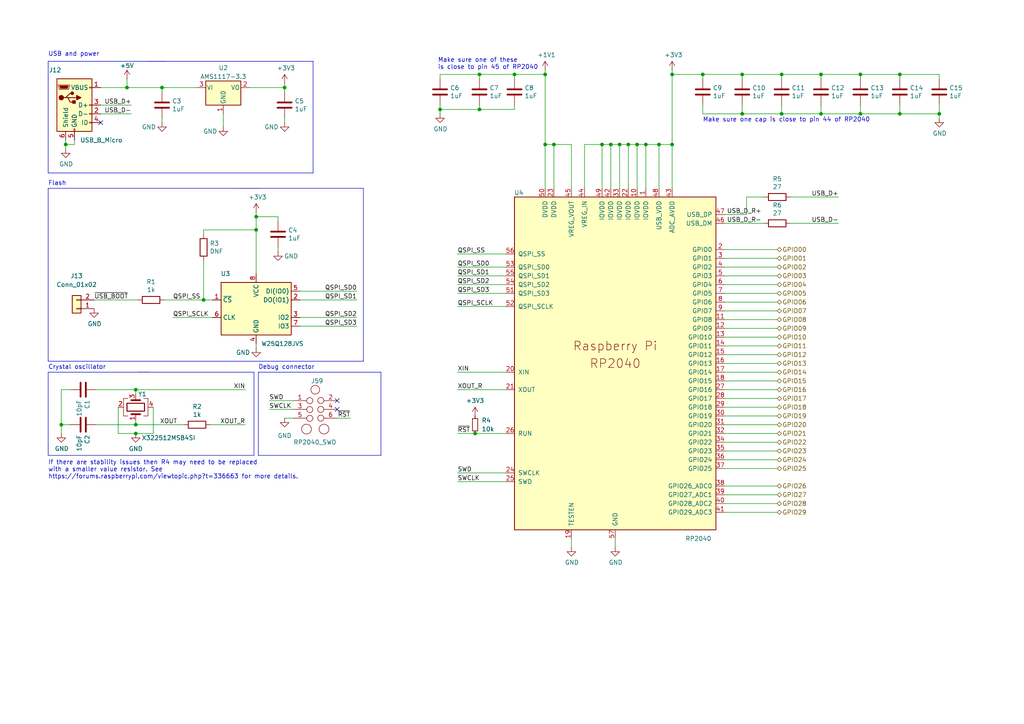
<source format=kicad_sch>
(kicad_sch (version 20231120) (generator "eeschema") (generator_version "8.0")
  (paper "A4")
  (lib_symbols
    (symbol "Connector:USB_B_Micro" (pin_names (offset 1.016))
      (property "Reference" "J" (at -5.08 11.43 0))
      (property "Value" "USB_B_Micro" (at -5.08 8.89 0))
      (symbol "USB_B_Micro_0_1"
        (rectangle (start -5.08 -7.62) (end 5.08 7.62) (stroke (width 0.254)) (fill (type background)))
        (circle (center -3.81 2.159) (radius 0.635) (stroke (width 0.254)) (fill (type outline)))
        (circle (center -0.635 3.429) (radius 0.381) (stroke (width 0.254)) (fill (type outline)))
        (rectangle (start -0.127 -7.62) (end 0.127 -6.858))
        (polyline (pts (xy -1.905 2.159) (xy 0.635 2.159)) (stroke (width 0.254)))
        (polyline (pts (xy -3.175 2.159) (xy -2.54 2.159) (xy -1.27 3.429) (xy -0.635 3.429)) (stroke (width 0.254)))
        (polyline (pts (xy -2.54 2.159) (xy -1.905 2.159) (xy -1.27 0.889) (xy 0 0.889)) (stroke (width 0.254)))
        (polyline (pts (xy 0.635 2.794) (xy 0.635 1.524) (xy 1.905 2.159) (xy 0.635 2.794)) (stroke (width 0.254)) (fill (type outline)))
        (polyline (pts (xy -4.318 5.588) (xy -1.778 5.588) (xy -2.032 4.826) (xy -4.064 4.826) (xy -4.318 5.588)) (fill (type outline)))
        (polyline (pts (xy -4.699 5.842) (xy -4.699 5.588) (xy -4.445 4.826) (xy -4.445 4.572) (xy -1.651 4.572) (xy -1.651 4.826) (xy -1.397 5.588) (xy -1.397 5.842) (xy -4.699 5.842)))
        (rectangle (start 0.254 1.27) (end -0.508 0.508) (stroke (width 0.254)) (fill (type outline)))
        (rectangle (start 5.08 -5.207) (end 4.318 -4.953))
        (rectangle (start 5.08 -2.667) (end 4.318 -2.413))
        (rectangle (start 5.08 -0.127) (end 4.318 0.127))
        (rectangle (start 5.08 4.953) (end 4.318 5.207))
      )
      (symbol "USB_B_Micro_1_1"
        (pin power_out line (at 7.62 5.08 180) (length 2.54) (name "VBUS") (number "1"))
        (pin bidirectional line (at 7.62 -2.54 180) (length 2.54) (name "D-") (number "2"))
        (pin bidirectional line (at 7.62 0 180) (length 2.54) (name "D+") (number "3"))
        (pin passive line (at 7.62 -5.08 180) (length 2.54) (name "ID") (number "4"))
        (pin power_out line (at 0 -10.16 90) (length 2.54) (name "GND") (number "5"))
        (pin passive line (at -2.54 -10.16 90) (length 2.54) (name "Shield") (number "6"))
      )
    )
    (symbol "Connector_Generic:Conn_01x02" (pin_names (offset 1.016) hide)
      (property "Reference" "J" (at 0 2.54 0))
      (property "Value" "Conn_01x02" (at 0 -5.08 0))
      (symbol "Conn_01x02_1_1"
        (rectangle (start -1.27 -2.413) (end 0 -2.667) (stroke (width 0.1524)))
        (rectangle (start -1.27 0.127) (end 0 -0.127) (stroke (width 0.1524)))
        (rectangle (start -1.27 1.27) (end 1.27 -3.81) (stroke (width 0.254)) (fill (type background)))
        (pin passive line (at -5.08 0 0) (length 3.81) (name "Pin_1") (number "1"))
        (pin passive line (at -5.08 -2.54 0) (length 3.81) (name "Pin_2") (number "2"))
      )
    )
    (symbol "Custom_Symbols:RP2040" (pin_names (offset 1.016))
      (property "Reference" "U" (at -29.21 49.53 0))
      (property "Value" "RP2040" (at 24.13 -49.53 0))
      (symbol "RP2040_0_0"
        (text "Raspberry Pi" (at 0 5.08 0) (effects (font (size 2.54 2.54))))
        (text "RP2040" (at 0 0 0) (effects (font (size 2.54 2.54))))
      )
      (symbol "RP2040_0_1"
        (rectangle (start 29.21 48.26) (end -29.21 -48.26) (stroke (width 0.254)) (fill (type background)))
      )
      (symbol "RP2040_1_1"
        (pin power_in line (at 8.89 50.8 270) (length 2.54) (name "IOVDD") (number "1"))
        (pin power_in line (at 6.35 50.8 270) (length 2.54) (name "IOVDD") (number "10"))
        (pin bidirectional line (at 31.75 12.7 180) (length 2.54) (name "GPIO8") (number "11"))
        (pin bidirectional line (at 31.75 10.16 180) (length 2.54) (name "GPIO9") (number "12"))
        (pin bidirectional line (at 31.75 7.62 180) (length 2.54) (name "GPIO10") (number "13"))
        (pin bidirectional line (at 31.75 5.08 180) (length 2.54) (name "GPIO11") (number "14"))
        (pin bidirectional line (at 31.75 2.54 180) (length 2.54) (name "GPIO12") (number "15"))
        (pin bidirectional line (at 31.75 0 180) (length 2.54) (name "GPIO13") (number "16"))
        (pin bidirectional line (at 31.75 -2.54 180) (length 2.54) (name "GPIO14") (number "17"))
        (pin bidirectional line (at 31.75 -5.08 180) (length 2.54) (name "GPIO15") (number "18"))
        (pin passive line (at -12.7 -50.8 90) (length 2.54) (name "TESTEN") (number "19"))
        (pin bidirectional line (at 31.75 33.02 180) (length 2.54) (name "GPIO0") (number "2"))
        (pin input line (at -31.75 -2.54 0) (length 2.54) (name "XIN") (number "20"))
        (pin passive line (at -31.75 -7.62 0) (length 2.54) (name "XOUT") (number "21"))
        (pin power_in line (at 3.81 50.8 270) (length 2.54) (name "IOVDD") (number "22"))
        (pin power_in line (at -17.78 50.8 270) (length 2.54) (name "DVDD") (number "23"))
        (pin output line (at -31.75 -31.75 0) (length 2.54) (name "SWCLK") (number "24"))
        (pin bidirectional line (at -31.75 -34.29 0) (length 2.54) (name "SWD") (number "25"))
        (pin input line (at -31.75 -20.32 0) (length 2.54) (name "RUN") (number "26"))
        (pin bidirectional line (at 31.75 -7.62 180) (length 2.54) (name "GPIO16") (number "27"))
        (pin bidirectional line (at 31.75 -10.16 180) (length 2.54) (name "GPIO17") (number "28"))
        (pin bidirectional line (at 31.75 -12.7 180) (length 2.54) (name "GPIO18") (number "29"))
        (pin bidirectional line (at 31.75 30.48 180) (length 2.54) (name "GPIO1") (number "3"))
        (pin bidirectional line (at 31.75 -15.24 180) (length 2.54) (name "GPIO19") (number "30"))
        (pin bidirectional line (at 31.75 -17.78 180) (length 2.54) (name "GPIO20") (number "31"))
        (pin bidirectional line (at 31.75 -20.32 180) (length 2.54) (name "GPIO21") (number "32"))
        (pin power_in line (at 1.27 50.8 270) (length 2.54) (name "IOVDD") (number "33"))
        (pin bidirectional line (at 31.75 -22.86 180) (length 2.54) (name "GPIO22") (number "34"))
        (pin bidirectional line (at 31.75 -25.4 180) (length 2.54) (name "GPIO23") (number "35"))
        (pin bidirectional line (at 31.75 -27.94 180) (length 2.54) (name "GPIO24") (number "36"))
        (pin bidirectional line (at 31.75 -30.48 180) (length 2.54) (name "GPIO25") (number "37"))
        (pin bidirectional line (at 31.75 -35.56 180) (length 2.54) (name "GPIO26_ADC0") (number "38"))
        (pin bidirectional line (at 31.75 -38.1 180) (length 2.54) (name "GPIO27_ADC1") (number "39"))
        (pin bidirectional line (at 31.75 27.94 180) (length 2.54) (name "GPIO2") (number "4"))
        (pin bidirectional line (at 31.75 -40.64 180) (length 2.54) (name "GPIO28_ADC2") (number "40"))
        (pin bidirectional line (at 31.75 -43.18 180) (length 2.54) (name "GPIO29_ADC3") (number "41"))
        (pin power_in line (at -1.27 50.8 270) (length 2.54) (name "IOVDD") (number "42"))
        (pin power_in line (at 16.51 50.8 270) (length 2.54) (name "ADC_AVDD") (number "43"))
        (pin power_in line (at -8.89 50.8 270) (length 2.54) (name "VREG_IN") (number "44"))
        (pin power_out line (at -12.7 50.8 270) (length 2.54) (name "VREG_VOUT") (number "45"))
        (pin bidirectional line (at 31.75 40.64 180) (length 2.54) (name "USB_DM") (number "46"))
        (pin bidirectional line (at 31.75 43.18 180) (length 2.54) (name "USB_DP") (number "47"))
        (pin power_in line (at 12.7 50.8 270) (length 2.54) (name "USB_VDD") (number "48"))
        (pin power_in line (at -3.81 50.8 270) (length 2.54) (name "IOVDD") (number "49"))
        (pin bidirectional line (at 31.75 25.4 180) (length 2.54) (name "GPIO3") (number "5"))
        (pin power_in line (at -20.32 50.8 270) (length 2.54) (name "DVDD") (number "50"))
        (pin bidirectional line (at -31.75 20.32 0) (length 2.54) (name "QSPI_SD3") (number "51"))
        (pin output line (at -31.75 16.51 0) (length 2.54) (name "QSPI_SCLK") (number "52"))
        (pin bidirectional line (at -31.75 27.94 0) (length 2.54) (name "QSPI_SD0") (number "53"))
        (pin bidirectional line (at -31.75 22.86 0) (length 2.54) (name "QSPI_SD2") (number "54"))
        (pin bidirectional line (at -31.75 25.4 0) (length 2.54) (name "QSPI_SD1") (number "55"))
        (pin bidirectional line (at -31.75 31.75 0) (length 2.54) (name "QSPI_SS") (number "56"))
        (pin power_in line (at 0 -50.8 90) (length 2.54) (name "GND") (number "57"))
        (pin bidirectional line (at 31.75 22.86 180) (length 2.54) (name "GPIO4") (number "6"))
        (pin bidirectional line (at 31.75 20.32 180) (length 2.54) (name "GPIO5") (number "7"))
        (pin bidirectional line (at 31.75 17.78 180) (length 2.54) (name "GPIO6") (number "8"))
        (pin bidirectional line (at 31.75 15.24 180) (length 2.54) (name "GPIO7") (number "9"))
      )
    )
    (symbol "Custom_Symbols:TC2030-IDC-NL" (pin_names (offset 1.016) hide)
      (property "Reference" "J" (at 0 -8.89 0))
      (property "Value" "TC2030-IDC-NL" (at 0.635 -11.43 0))
      (symbol "TC2030-IDC-NL_0_1"
        (circle (center -2.54 -5.715) (radius 1.4224))
        (circle (center -1.6002 2.54) (radius 0.889))
        (circle (center 0 5.715) (radius 1.27))
      )
      (symbol "TC2030-IDC-NL_1_1"
        (circle (center -1.6002 -2.5908) (radius 0.889))
        (circle (center -1.6002 -0.0508) (radius 0.889))
        (circle (center 1.6002 -2.54) (radius 0.889))
        (circle (center 1.6002 0) (radius 0.889))
        (circle (center 1.6002 2.5908) (radius 0.889))
        (circle (center 2.54 -5.715) (radius 1.4224))
        (pin passive line (at -6.35 2.54 0) (length 3.81) (name "Pin_1") (number "1"))
        (pin passive line (at 6.35 2.54 180) (length 3.81) (name "Pin_2") (number "2"))
        (pin passive line (at -6.35 0 0) (length 3.81) (name "Pin_3") (number "3"))
        (pin passive line (at 6.35 0 180) (length 3.81) (name "Pin_4") (number "4"))
        (pin passive line (at -6.35 -2.54 0) (length 3.81) (name "Pin_5") (number "5"))
        (pin passive line (at 6.35 -2.54 180) (length 3.81) (name "Pin_6") (number "6"))
      )
    )
    (symbol "Device:C" (pin_numbers hide) (pin_names (offset 0.254))
      (property "Reference" "C" (at 0.635 2.54 0))
      (property "Value" "C" (at 0.635 -2.54 0))
      (symbol "C_0_1"
        (polyline (pts (xy -2.032 -0.762) (xy 2.032 -0.762)) (stroke (width 0.508)))
        (polyline (pts (xy -2.032 0.762) (xy 2.032 0.762)) (stroke (width 0.508)))
      )
      (symbol "C_1_1"
        (pin passive line (at 0 3.81 270) (length 2.794) (name "~") (number "1"))
        (pin passive line (at 0 -3.81 90) (length 2.794) (name "~") (number "2"))
      )
    )
    (symbol "Device:Crystal_GND24" (pin_names (offset 1.016) hide)
      (property "Reference" "Y" (at 3.175 5.08 0))
      (property "Value" "Crystal_GND24" (at 3.175 3.175 0))
      (symbol "Crystal_GND24_0_1"
        (rectangle (start -1.143 2.54) (end 1.143 -2.54) (stroke (width 0.3048)))
        (polyline (pts (xy -2.54 0) (xy -2.032 0)))
        (polyline (pts (xy -2.032 -1.27) (xy -2.032 1.27)) (stroke (width 0.508)))
        (polyline (pts (xy 0 -3.81) (xy 0 -3.556)))
        (polyline (pts (xy 0 3.556) (xy 0 3.81)))
        (polyline (pts (xy 2.032 -1.27) (xy 2.032 1.27)) (stroke (width 0.508)))
        (polyline (pts (xy 2.032 0) (xy 2.54 0)))
        (polyline (pts (xy -2.54 -2.286) (xy -2.54 -3.556) (xy 2.54 -3.556) (xy 2.54 -2.286)))
        (polyline (pts (xy -2.54 2.286) (xy -2.54 3.556) (xy 2.54 3.556) (xy 2.54 2.286)))
      )
      (symbol "Crystal_GND24_1_1"
        (pin passive line (at -3.81 0 0) (length 1.27) (name "1") (number "1"))
        (pin passive line (at 0 5.08 270) (length 1.27) (name "2") (number "2"))
        (pin passive line (at 3.81 0 180) (length 1.27) (name "3") (number "3"))
        (pin passive line (at 0 -5.08 90) (length 1.27) (name "4") (number "4"))
      )
    )
    (symbol "Device:R" (pin_numbers hide) (pin_names (offset 0))
      (property "Reference" "R" (at 2.032 0 90))
      (property "Value" "R" (at 0 0 90))
      (symbol "R_0_1"
        (rectangle (start -1.016 -2.54) (end 1.016 2.54) (stroke (width 0.254)))
      )
      (symbol "R_1_1"
        (pin passive line (at 0 3.81 270) (length 1.27) (name "~") (number "1"))
        (pin passive line (at 0 -3.81 90) (length 1.27) (name "~") (number "2"))
      )
    )
    (symbol "Device:R_Small" (pin_numbers hide) (pin_names (offset 0.254) hide)
      (property "Reference" "R" (at 0.762 0.508 0))
      (property "Value" "R_Small" (at 0.762 -1.016 0))
      (symbol "R_Small_0_1"
        (rectangle (start -0.762 1.778) (end 0.762 -1.778) (stroke (width 0.2032)))
      )
      (symbol "R_Small_1_1"
        (pin passive line (at 0 2.54 270) (length 0.762) (name "~") (number "1"))
        (pin passive line (at 0 -2.54 90) (length 0.762) (name "~") (number "2"))
      )
    )
    (symbol "Memory_Flash:W25Q128JVS"
      (property "Reference" "U" (at -8.89 8.89 0))
      (property "Value" "W25Q128JVS" (at 7.62 8.89 0))
      (symbol "W25Q128JVS_0_1"
        (rectangle (start -10.16 7.62) (end 10.16 -7.62) (stroke (width 0.254)) (fill (type background)))
      )
      (symbol "W25Q128JVS_1_1"
        (pin input line (at -12.7 2.54 0) (length 2.54) (name "~{CS}") (number "1"))
        (pin bidirectional line (at 12.7 2.54 180) (length 2.54) (name "DO(IO1)") (number "2"))
        (pin bidirectional line (at 12.7 -2.54 180) (length 2.54) (name "IO2") (number "3"))
        (pin power_in line (at 0 -10.16 90) (length 2.54) (name "GND") (number "4"))
        (pin bidirectional line (at 12.7 5.08 180) (length 2.54) (name "DI(IO0)") (number "5"))
        (pin input line (at -12.7 -2.54 0) (length 2.54) (name "CLK") (number "6"))
        (pin bidirectional line (at 12.7 -5.08 180) (length 2.54) (name "IO3") (number "7"))
        (pin power_in line (at 0 10.16 270) (length 2.54) (name "VCC") (number "8"))
      )
    )
    (symbol "Regulator_Linear:AMS1117-3.3" (pin_names (offset 0.254))
      (property "Reference" "U" (at -3.81 3.175 0))
      (property "Value" "AMS1117-3.3" (at 0 3.175 0))
      (symbol "AMS1117-3.3_0_1"
        (rectangle (start -5.08 -5.08) (end 5.08 1.905) (stroke (width 0.254)) (fill (type background)))
      )
      (symbol "AMS1117-3.3_1_1"
        (pin power_in line (at 0 -7.62 90) (length 2.54) (name "GND") (number "1"))
        (pin power_out line (at 7.62 0 180) (length 2.54) (name "VO") (number "2"))
        (pin power_in line (at -7.62 0 0) (length 2.54) (name "VI") (number "3"))
      )
    )
    (symbol "power:+1V1" (power) (pin_names (offset 0))
      (property "Value" "+1V1" (at 0 3.556 0))
      (symbol "+1V1_0_1"
        (polyline (pts (xy -0.762 1.27) (xy 0 2.54)))
        (polyline (pts (xy 0 0) (xy 0 2.54)))
        (polyline (pts (xy 0 2.54) (xy 0.762 1.27)))
      )
      (symbol "+1V1_1_1"
        (pin power_in line (at 0 0 90) (length 0) hide (name "+1V1") (number "1"))
      )
    )
    (symbol "power:+3V3" (power) (pin_numbers hide) (pin_names (offset 0) hide)
      (property "Value" "+3V3" (at 0 3.556 0))
      (symbol "+3V3_0_1"
        (polyline (pts (xy -0.762 1.27) (xy 0 2.54)))
        (polyline (pts (xy 0 0) (xy 0 2.54)))
        (polyline (pts (xy 0 2.54) (xy 0.762 1.27)))
      )
      (symbol "+3V3_1_1"
        (pin power_in line (at 0 0 90) (length 0) (name "~") (number "1"))
      )
    )
    (symbol "power:+5V" (power) (pin_numbers hide) (pin_names (offset 0) hide)
      (property "Value" "+5V" (at 0 3.556 0))
      (symbol "+5V_0_1"
        (polyline (pts (xy -0.762 1.27) (xy 0 2.54)))
        (polyline (pts (xy 0 0) (xy 0 2.54)))
        (polyline (pts (xy 0 2.54) (xy 0.762 1.27)))
      )
      (symbol "+5V_1_1"
        (pin power_in line (at 0 0 90) (length 0) (name "~") (number "1"))
      )
    )
    (symbol "power:GND" (power) (pin_numbers hide) (pin_names (offset 0) hide)
      (property "Value" "GND" (at 0 -3.81 0))
      (symbol "GND_0_1"
        (polyline (pts (xy 0 0) (xy 0 -1.27) (xy 1.27 -1.27) (xy 0 -2.54) (xy -1.27 -1.27) (xy 0 -1.27)))
      )
      (symbol "GND_1_1"
        (pin power_in line (at 0 0 270) (length 0) (name "~") (number "1"))
      )
    )
  )
  (junction (at 215.265 33.02))
  (junction (at 272.415 33.02))
  (junction (at 174.625 41.91))
  (junction (at 179.705 41.91))
  (junction (at 182.245 41.91))
  (junction (at 19.05 41.91))
  (junction (at 46.99 25.4))
  (junction (at 260.985 33.02))
  (junction (at 177.165 41.91))
  (junction (at 39.37 123.19))
  (junction (at 194.945 41.91))
  (junction (at 187.325 41.91))
  (junction (at 249.555 21.59))
  (junction (at 191.135 41.91))
  (junction (at 82.55 25.4))
  (junction (at 238.125 21.59))
  (junction (at 149.225 21.59))
  (junction (at 127.635 31.75))
  (junction (at 36.83 25.4))
  (junction (at 17.78 123.19))
  (junction (at 139.065 31.75))
  (junction (at 158.115 41.91))
  (junction (at 59.055 86.995))
  (junction (at 158.115 21.59))
  (junction (at 238.125 33.02))
  (junction (at 260.985 21.59))
  (junction (at 215.265 21.59))
  (junction (at 184.785 41.91))
  (junction (at 203.835 21.59))
  (junction (at 249.555 33.02))
  (junction (at 74.295 62.865))
  (junction (at 39.37 125.73))
  (junction (at 226.695 33.02))
  (junction (at 74.295 66.675))
  (junction (at 137.795 125.73))
  (junction (at 160.655 41.91))
  (junction (at 194.945 21.59))
  (junction (at 139.065 21.59))
  (junction (at 226.695 21.59))
  (junction (at 39.37 113.03))
  (no_connect (at 97.79 116.205))
  (no_connect (at 97.79 118.745))
  (no_connect (at 29.21 35.56))
  (wire (pts (xy 86.995 94.615) (xy 103.505 94.615)))
  (wire (pts (xy 27.94 113.03) (xy 39.37 113.03)))
  (wire (pts (xy 78.105 116.205) (xy 85.09 116.205)))
  (wire (pts (xy 226.695 21.59) (xy 238.125 21.59)))
  (polyline (pts (xy 40.005 107.95) (xy 73.66 107.95)))
  (wire (pts (xy 210.185 135.89) (xy 225.425 135.89)))
  (wire (pts (xy 64.77 33.02) (xy 64.77 36.83)))
  (polyline (pts (xy 74.93 107.95) (xy 101.6 107.95)))
  (wire (pts (xy 74.295 99.695) (xy 74.295 100.965)))
  (wire (pts (xy 182.245 54.61) (xy 182.245 41.91)))
  (wire (pts (xy 158.115 41.91) (xy 158.115 54.61)))
  (polyline (pts (xy 69.215 54.61) (xy 105.41 54.61)))
  (polyline (pts (xy 13.97 50.165) (xy 90.805 50.165)))
  (wire (pts (xy 191.135 41.91) (xy 194.945 41.91)))
  (wire (pts (xy 179.705 41.91) (xy 182.245 41.91)))
  (wire (pts (xy 260.985 22.86) (xy 260.985 21.59)))
  (wire (pts (xy 194.945 20.32) (xy 194.945 21.59)))
  (wire (pts (xy 149.225 31.75) (xy 149.225 30.48)))
  (wire (pts (xy 36.83 25.4) (xy 46.99 25.4)))
  (wire (pts (xy 210.185 105.41) (xy 225.425 105.41)))
  (wire (pts (xy 82.55 25.4) (xy 82.55 24.13)))
  (polyline (pts (xy 13.97 104.775) (xy 105.41 104.775)))
  (wire (pts (xy 127.635 21.59) (xy 139.065 21.59)))
  (wire (pts (xy 86.995 92.075) (xy 103.505 92.075)))
  (wire (pts (xy 74.295 66.675) (xy 74.295 79.375)))
  (wire (pts (xy 44.45 118.11) (xy 44.45 125.73)))
  (wire (pts (xy 203.835 21.59) (xy 215.265 21.59)))
  (wire (pts (xy 59.055 66.675) (xy 74.295 66.675)))
  (wire (pts (xy 216.535 57.15) (xy 216.535 62.23)))
  (wire (pts (xy 29.21 30.48) (xy 38.1 30.48)))
  (wire (pts (xy 149.225 21.59) (xy 149.225 22.86)))
  (wire (pts (xy 260.985 33.02) (xy 272.415 33.02)))
  (wire (pts (xy 59.055 86.995) (xy 61.595 86.995)))
  (wire (pts (xy 203.835 30.48) (xy 203.835 33.02)))
  (wire (pts (xy 50.165 92.075) (xy 61.595 92.075)))
  (wire (pts (xy 184.785 54.61) (xy 184.785 41.91)))
  (wire (pts (xy 238.125 30.48) (xy 238.125 33.02)))
  (polyline (pts (xy 13.97 107.95) (xy 13.97 132.08)))
  (wire (pts (xy 210.185 77.47) (xy 225.425 77.47)))
  (wire (pts (xy 139.065 22.86) (xy 139.065 21.59)))
  (wire (pts (xy 158.115 20.32) (xy 158.115 21.59)))
  (wire (pts (xy 194.945 41.91) (xy 194.945 54.61)))
  (wire (pts (xy 132.715 82.55) (xy 146.685 82.55)))
  (wire (pts (xy 215.265 33.02) (xy 203.835 33.02)))
  (wire (pts (xy 210.185 95.25) (xy 225.425 95.25)))
  (wire (pts (xy 216.535 57.15) (xy 221.615 57.15)))
  (polyline (pts (xy 110.49 132.08) (xy 101.6 132.08)))
  (wire (pts (xy 210.185 90.17) (xy 225.425 90.17)))
  (wire (pts (xy 127.635 22.86) (xy 127.635 21.59)))
  (wire (pts (xy 184.785 41.91) (xy 187.325 41.91)))
  (wire (pts (xy 210.185 64.77) (xy 221.615 64.77)))
  (wire (pts (xy 187.325 41.91) (xy 191.135 41.91)))
  (polyline (pts (xy 75.565 54.61) (xy 13.97 54.61)))
  (wire (pts (xy 177.165 41.91) (xy 179.705 41.91)))
  (wire (pts (xy 210.185 125.73) (xy 225.425 125.73)))
  (wire (pts (xy 132.715 85.09) (xy 146.685 85.09)))
  (polyline (pts (xy 74.93 107.95) (xy 74.93 132.08)))
  (wire (pts (xy 215.265 30.48) (xy 215.265 33.02)))
  (wire (pts (xy 19.05 41.91) (xy 19.05 43.18)))
  (wire (pts (xy 36.83 22.86) (xy 36.83 25.4)))
  (wire (pts (xy 80.645 64.135) (xy 80.645 62.865)))
  (wire (pts (xy 39.37 113.03) (xy 71.12 113.03)))
  (wire (pts (xy 210.185 107.95) (xy 225.425 107.95)))
  (wire (pts (xy 182.245 41.91) (xy 184.785 41.91)))
  (wire (pts (xy 160.655 41.91) (xy 158.115 41.91)))
  (wire (pts (xy 210.185 148.59) (xy 225.425 148.59)))
  (wire (pts (xy 210.185 97.79) (xy 225.425 97.79)))
  (polyline (pts (xy 110.49 107.95) (xy 110.49 132.08)))
  (wire (pts (xy 272.415 22.86) (xy 272.415 21.59)))
  (wire (pts (xy 139.065 31.75) (xy 139.065 30.48)))
  (wire (pts (xy 82.55 34.29) (xy 82.55 35.56)))
  (wire (pts (xy 226.695 33.02) (xy 215.265 33.02)))
  (wire (pts (xy 132.715 80.01) (xy 146.685 80.01)))
  (wire (pts (xy 210.185 120.65) (xy 225.425 120.65)))
  (polyline (pts (xy 43.18 107.95) (xy 13.97 107.95)))
  (wire (pts (xy 21.59 40.64) (xy 21.59 41.91)))
  (wire (pts (xy 127.635 31.75) (xy 139.065 31.75)))
  (wire (pts (xy 210.185 102.87) (xy 225.425 102.87)))
  (wire (pts (xy 187.325 41.91) (xy 187.325 54.61)))
  (wire (pts (xy 82.55 121.285) (xy 85.09 121.285)))
  (wire (pts (xy 160.655 54.61) (xy 160.655 41.91)))
  (wire (pts (xy 29.21 25.4) (xy 36.83 25.4)))
  (wire (pts (xy 59.055 67.945) (xy 59.055 66.675)))
  (wire (pts (xy 39.37 123.19) (xy 53.34 123.19)))
  (wire (pts (xy 210.185 87.63) (xy 225.425 87.63)))
  (wire (pts (xy 194.945 21.59) (xy 203.835 21.59)))
  (wire (pts (xy 210.185 140.97) (xy 225.425 140.97)))
  (wire (pts (xy 19.05 41.91) (xy 21.59 41.91)))
  (wire (pts (xy 272.415 30.48) (xy 272.415 33.02)))
  (wire (pts (xy 210.185 110.49) (xy 225.425 110.49)))
  (wire (pts (xy 226.695 30.48) (xy 226.695 33.02)))
  (wire (pts (xy 169.545 54.61) (xy 169.545 41.91)))
  (wire (pts (xy 146.685 73.66) (xy 132.715 73.66)))
  (polyline (pts (xy 13.97 132.08) (xy 73.66 132.08)))
  (wire (pts (xy 86.995 84.455) (xy 103.505 84.455)))
  (wire (pts (xy 127.635 30.48) (xy 127.635 31.75)))
  (wire (pts (xy 260.985 33.02) (xy 249.555 33.02)))
  (wire (pts (xy 82.55 26.67) (xy 82.55 25.4)))
  (wire (pts (xy 226.695 22.86) (xy 226.695 21.59)))
  (wire (pts (xy 229.235 57.15) (xy 243.205 57.15)))
  (wire (pts (xy 132.715 107.95) (xy 146.685 107.95)))
  (wire (pts (xy 238.125 33.02) (xy 226.695 33.02)))
  (wire (pts (xy 72.39 25.4) (xy 82.55 25.4)))
  (wire (pts (xy 132.715 125.73) (xy 137.795 125.73)))
  (wire (pts (xy 179.705 54.61) (xy 179.705 41.91)))
  (wire (pts (xy 210.185 80.01) (xy 225.425 80.01)))
  (wire (pts (xy 210.185 62.23) (xy 216.535 62.23)))
  (wire (pts (xy 59.055 75.565) (xy 59.055 86.995)))
  (wire (pts (xy 210.185 146.05) (xy 225.425 146.05)))
  (wire (pts (xy 20.32 113.03) (xy 17.78 113.03)))
  (wire (pts (xy 210.185 130.81) (xy 225.425 130.81)))
  (wire (pts (xy 34.29 118.11) (xy 34.29 125.73)))
  (wire (pts (xy 215.265 21.59) (xy 226.695 21.59)))
  (wire (pts (xy 203.835 22.86) (xy 203.835 21.59)))
  (wire (pts (xy 165.735 41.91) (xy 160.655 41.91)))
  (wire (pts (xy 210.185 128.27) (xy 225.425 128.27)))
  (wire (pts (xy 86.995 86.995) (xy 103.505 86.995)))
  (wire (pts (xy 210.185 72.39) (xy 225.425 72.39)))
  (wire (pts (xy 46.99 34.29) (xy 46.99 35.56)))
  (wire (pts (xy 57.15 25.4) (xy 46.99 25.4)))
  (wire (pts (xy 158.115 21.59) (xy 158.115 41.91)))
  (wire (pts (xy 139.065 31.75) (xy 149.225 31.75)))
  (wire (pts (xy 146.685 88.9) (xy 132.715 88.9)))
  (wire (pts (xy 210.185 143.51) (xy 225.425 143.51)))
  (wire (pts (xy 194.945 21.59) (xy 194.945 41.91)))
  (wire (pts (xy 139.065 21.59) (xy 149.225 21.59)))
  (wire (pts (xy 74.295 61.595) (xy 74.295 62.865)))
  (wire (pts (xy 215.265 22.86) (xy 215.265 21.59)))
  (polyline (pts (xy 13.97 17.78) (xy 13.97 50.165)))
  (wire (pts (xy 29.21 33.02) (xy 38.1 33.02)))
  (wire (pts (xy 210.185 82.55) (xy 225.425 82.55)))
  (wire (pts (xy 210.185 85.09) (xy 225.425 85.09)))
  (wire (pts (xy 210.185 113.03) (xy 225.425 113.03)))
  (polyline (pts (xy 48.26 17.78) (xy 13.97 17.78)))
  (wire (pts (xy 47.625 86.995) (xy 59.055 86.995)))
  (wire (pts (xy 127.635 31.75) (xy 127.635 33.02)))
  (wire (pts (xy 174.625 54.61) (xy 174.625 41.91)))
  (polyline (pts (xy 105.41 104.775) (xy 105.41 54.61)))
  (wire (pts (xy 74.295 62.865) (xy 74.295 66.675)))
  (wire (pts (xy 210.185 118.11) (xy 225.425 118.11)))
  (wire (pts (xy 97.79 121.285) (xy 101.6 121.285)))
  (wire (pts (xy 191.135 54.61) (xy 191.135 41.91)))
  (wire (pts (xy 272.415 33.02) (xy 272.415 34.29)))
  (wire (pts (xy 249.555 33.02) (xy 238.125 33.02)))
  (polyline (pts (xy 101.6 107.95) (xy 110.49 107.95)))
  (wire (pts (xy 27.94 123.19) (xy 39.37 123.19)))
  (wire (pts (xy 210.185 74.93) (xy 225.425 74.93)))
  (wire (pts (xy 17.78 123.19) (xy 17.78 125.73)))
  (wire (pts (xy 210.185 115.57) (xy 225.425 115.57)))
  (wire (pts (xy 210.185 100.33) (xy 225.425 100.33)))
  (wire (pts (xy 238.125 21.59) (xy 249.555 21.59)))
  (wire (pts (xy 178.435 156.21) (xy 178.435 158.75)))
  (wire (pts (xy 210.185 92.71) (xy 225.425 92.71)))
  (polyline (pts (xy 74.93 132.08) (xy 101.6 132.08)))
  (wire (pts (xy 19.05 40.64) (xy 19.05 41.91)))
  (wire (pts (xy 174.625 41.91) (xy 177.165 41.91)))
  (wire (pts (xy 238.125 22.86) (xy 238.125 21.59)))
  (wire (pts (xy 34.29 125.73) (xy 39.37 125.73)))
  (polyline (pts (xy 73.66 132.08) (xy 73.66 107.95)))
  (wire (pts (xy 20.32 123.19) (xy 17.78 123.19)))
  (wire (pts (xy 132.715 139.7) (xy 146.685 139.7)))
  (polyline (pts (xy 42.545 17.78) (xy 90.805 17.78)))
  (wire (pts (xy 210.185 123.19) (xy 225.425 123.19)))
  (wire (pts (xy 39.37 121.92) (xy 39.37 123.19)))
  (wire (pts (xy 17.78 113.03) (xy 17.78 123.19)))
  (wire (pts (xy 169.545 41.91) (xy 174.625 41.91)))
  (wire (pts (xy 260.985 21.59) (xy 272.415 21.59)))
  (wire (pts (xy 165.735 156.21) (xy 165.735 158.75)))
  (wire (pts (xy 249.555 22.86) (xy 249.555 21.59)))
  (wire (pts (xy 80.645 62.865) (xy 74.295 62.865)))
  (wire (pts (xy 78.105 118.745) (xy 85.09 118.745)))
  (wire (pts (xy 39.37 114.3) (xy 39.37 113.03)))
  (wire (pts (xy 210.185 133.35) (xy 225.425 133.35)))
  (wire (pts (xy 177.165 54.61) (xy 177.165 41.91)))
  (wire (pts (xy 44.45 125.73) (xy 39.37 125.73)))
  (wire (pts (xy 146.685 113.03) (xy 132.715 113.03)))
  (polyline (pts (xy 90.805 50.165) (xy 90.805 17.78)))
  (wire (pts (xy 229.235 64.77) (xy 243.205 64.77)))
  (wire (pts (xy 260.985 30.48) (xy 260.985 33.02)))
  (wire (pts (xy 249.555 21.59) (xy 260.985 21.59)))
  (wire (pts (xy 40.005 86.995) (xy 27.305 86.995)))
  (wire (pts (xy 137.795 125.73) (xy 146.685 125.73)))
  (wire (pts (xy 249.555 30.48) (xy 249.555 33.02)))
  (wire (pts (xy 149.225 21.59) (xy 158.115 21.59)))
  (wire (pts (xy 132.715 137.16) (xy 146.685 137.16)))
  (polyline (pts (xy 13.97 54.61) (xy 13.97 104.775)))
  (wire (pts (xy 60.96 123.19) (xy 71.12 123.19)))
  (wire (pts (xy 80.645 71.755) (xy 80.645 73.025)))
  (wire (pts (xy 132.715 77.47) (xy 146.685 77.47)))
  (wire (pts (xy 46.99 26.67) (xy 46.99 25.4)))
  (wire (pts (xy 165.735 54.61) (xy 165.735 41.91)))
  (text "Flash" (at 13.97 53.975 0) (effects (font (size 1.27 1.27)) (justify left bottom)))
  (text "Make sure one cap is close to pin 44 of RP2040" (at 203.835 35.56 0) (effects (font (size 1.27 1.27)) (justify left bottom)))
  (text "Debug connector" (at 74.93 107.315 0) (effects (font (size 1.27 1.27)) (justify left bottom)))
  (text "USB and power" (at 13.97 16.51 0) (effects (font (size 1.27 1.27)) (justify left bottom)))
  (text "Crystal oscillator" (at 13.97 107.315 0) (effects (font (size 1.27 1.27)) (justify left bottom)))
  (text "If there are stability issues then R4 may need to be replaced\nwith a smaller value resistor. See \nhttps://forums.raspberrypi.com/viewtopic.php?t=336663 for more details." (at 13.97 139.065 0) (effects (font (size 1.27 1.27)) (justify left bottom)))
  (text "Make sure one of these\nis close to pin 45 of RP2040" (at 127 20.32 0) (effects (font (size 1.27 1.27)) (justify left bottom)))
  (label "QSPI_SD2" (at 103.505 92.075 180))
  (label "XOUT_R" (at 71.12 123.19 180))
  (label "XIN" (at 132.715 107.95 0))
  (label "XIN" (at 71.12 113.03 180))
  (label "USB_D_R+" (at 210.82 62.23 0))
  (label "XOUT_R" (at 132.715 113.03 0))
  (label "SWD" (at 78.105 116.205 0))
  (label "USB_D_R-" (at 210.82 64.77 0))
  (label "QSPI_SD0" (at 103.505 84.455 180))
  (label "USB_D+" (at 38.1 30.48 180))
  (label "QSPI_SCLK" (at 50.165 92.075 0))
  (label "QSPI_SS" (at 132.715 73.66 0))
  (label "USB_D+" (at 243.205 57.15 180))
  (label "~{RST}" (at 101.6 121.285 180))
  (label "QSPI_SD2" (at 132.715 82.55 0))
  (label "SWD" (at 132.715 137.16 0))
  (label "QSPI_SS" (at 50.165 86.995 0))
  (label "~{RST}" (at 132.715 125.73 0))
  (label "SWCLK" (at 78.105 118.745 0))
  (label "QSPI_SD1" (at 103.505 86.995 180))
  (label "USB_D-" (at 243.205 64.77 180))
  (label "USB_D-" (at 38.1 33.02 180))
  (label "QSPI_SD3" (at 103.505 94.615 180))
  (label "QSPI_SCLK" (at 132.715 88.9 0))
  (label "SWCLK" (at 132.715 139.7 0))
  (label "QSPI_SD1" (at 132.715 80.01 0))
  (label "QSPI_SD3" (at 132.715 85.09 0))
  (label "XOUT" (at 46.355 123.19 0))
  (label "QSPI_SD0" (at 132.715 77.47 0))
  (label "~{USB_BOOT}" (at 27.305 86.995 0))
  (hierarchical_label "GPIO23" (shape bidirectional) (at 225.425 130.81 0))
  (hierarchical_label "GPIO28" (shape bidirectional) (at 225.425 146.05 0))
  (hierarchical_label "GPIO18" (shape bidirectional) (at 225.425 118.11 0))
  (hierarchical_label "GPIO00" (shape bidirectional) (at 225.425 72.39 0))
  (hierarchical_label "GPIO15" (shape bidirectional) (at 225.425 110.49 0))
  (hierarchical_label "GPIO27" (shape bidirectional) (at 225.425 143.51 0))
  (hierarchical_label "GPIO13" (shape bidirectional) (at 225.425 105.41 0))
  (hierarchical_label "GPIO02" (shape bidirectional) (at 225.425 77.47 0))
  (hierarchical_label "GPIO03" (shape bidirectional) (at 225.425 80.01 0))
  (hierarchical_label "GPIO11" (shape bidirectional) (at 225.425 100.33 0))
  (hierarchical_label "GPIO20" (shape bidirectional) (at 225.425 123.19 0))
  (hierarchical_label "GPIO24" (shape bidirectional) (at 225.425 133.35 0))
  (hierarchical_label "GPIO19" (shape bidirectional) (at 225.425 120.65 0))
  (hierarchical_label "GPIO22" (shape bidirectional) (at 225.425 128.27 0))
  (hierarchical_label "GPIO10" (shape bidirectional) (at 225.425 97.79 0))
  (hierarchical_label "GPIO08" (shape bidirectional) (at 225.425 92.71 0))
  (hierarchical_label "GPIO01" (shape bidirectional) (at 225.425 74.93 0))
  (hierarchical_label "GPIO06" (shape bidirectional) (at 225.425 87.63 0))
  (hierarchical_label "GPIO29" (shape bidirectional) (at 225.425 148.59 0))
  (hierarchical_label "GPIO05" (shape bidirectional) (at 225.425 85.09 0))
  (hierarchical_label "GPIO07" (shape bidirectional) (at 225.425 90.17 0))
  (hierarchical_label "GPIO26" (shape bidirectional) (at 225.425 140.97 0))
  (hierarchical_label "GPIO14" (shape bidirectional) (at 225.425 107.95 0))
  (hierarchical_label "GPIO12" (shape bidirectional) (at 225.425 102.87 0))
  (hierarchical_label "GPIO04" (shape bidirectional) (at 225.425 82.55 0))
  (hierarchical_label "GPIO16" (shape bidirectional) (at 225.425 113.03 0))
  (hierarchical_label "GPIO21" (shape bidirectional) (at 225.425 125.73 0))
  (hierarchical_label "GPIO25" (shape bidirectional) (at 225.425 135.89 0))
  (hierarchical_label "GPIO09" (shape bidirectional) (at 225.425 95.25 0))
  (hierarchical_label "GPIO17" (shape bidirectional) (at 225.425 115.57 0))
  (symbol (lib_id "Device:C") (at 215.265 26.67 0) (unit 1)
    (property "Reference" "C10" (at 218.186 25.5016 0) (effects (justify left)))
    (property "Value" "1uF" (at 218.186 27.813 0) (effects (justify left)))
    (property "Footprint" "Custom_Footprints:Perfect_0402" (effects (hide yes)))
    (property "MPN - JLCPCB" "C52923" (effects (hide yes)))
  )
  (symbol (lib_id "Device:C") (at 226.695 26.67 0) (unit 1)
    (property "Reference" "C11" (at 229.616 25.5016 0) (effects (justify left)))
    (property "Value" "1uF" (at 229.616 27.813 0) (effects (justify left)))
    (property "Footprint" "Custom_Footprints:Perfect_0402" (effects (hide yes)))
    (property "MPN - JLCPCB" "C52923" (effects (hide yes)))
  )
  (symbol (lib_id "Device:C") (at 260.985 26.67 0) (unit 1)
    (property "Reference" "C14" (at 263.906 25.5016 0) (effects (justify left)))
    (property "Value" "1uF" (at 263.906 27.813 0) (effects (justify left)))
    (property "Footprint" "Custom_Footprints:Perfect_0402" (effects (hide yes)))
    (property "MPN - JLCPCB" "C52923" (effects (hide yes)))
  )
  (symbol (lib_id "Device:R") (at 57.15 123.19 270) (unit 1)
    (property "Reference" "R2" (at 57.15 117.9322 90))
    (property "Value" "1k" (at 57.15 120.2436 90))
    (property "Footprint" "Custom_Footprints:Perfect_0402" (effects (hide yes)))
    (property "MPN - JLCPCB" "C11702" (effects (hide yes)))
  )
  (symbol (lib_id "power:+3V3") (at 82.55 24.13 0) (unit 1)
    (property "Reference" "#PWR037" (effects (hide yes)))
    (property "Value" "+3V3" (at 82.931 19.7358 0))
    (property "Description" "Power symbol creates a global label with name \"+3V3\"" (effects (hide yes)))
  )
  (symbol (lib_id "Device:C") (at 139.065 26.67 0) (unit 1)
    (property "Reference" "C7" (at 141.986 25.5016 0) (effects (justify left)))
    (property "Value" "1uF" (at 141.986 27.813 0) (effects (justify left)))
    (property "Footprint" "Custom_Footprints:Perfect_0402" (effects (hide yes)))
    (property "MPN - JLCPCB" "C52923" (effects (hide yes)))
  )
  (symbol (lib_id "power:GND") (at 82.55 35.56 0) (unit 1)
    (property "Reference" "#PWR038" (effects (hide yes)))
    (property "Value" "GND" (at 78.74 36.83 0))
    (property "Description" "Power symbol creates a global label with name \"GND\" , ground" (effects (hide yes)))
  )
  (symbol (lib_id "power:GND") (at 27.305 89.535 0) (unit 1)
    (property "Reference" "#PWR024" (effects (hide yes)))
    (property "Value" "GND" (at 27.432 93.9292 0))
    (property "Description" "Power symbol creates a global label with name \"GND\" , ground" (effects (hide yes)))
  )
  (symbol (lib_id "Memory_Flash:W25Q128JVS") (at 74.295 89.535 0) (unit 1)
    (property "Reference" "U3" (at 65.405 79.375 0))
    (property "Value" "W25Q128JVS" (at 81.915 99.695 0))
    (property "Footprint" "Package_SO:SOIC-8_5.23x5.23mm_P1.27mm" (effects (hide yes)))
    (property "Datasheet" "http://www.winbond.com/resource-files/w25q128jv_dtr%20revc%2003272018%20plus.pdf" (effects (hide yes)))
    (property "MPN - JLCPCB" "C97521" (effects (hide yes)))
  )
  (symbol (lib_id "Device:R_Small") (at 137.795 123.19 0) (unit 1)
    (property "Reference" "R4" (at 139.7 121.9199 0) (effects (justify left)))
    (property "Value" "10k" (at 139.7 124.4599 0) (effects (justify left)))
    (property "Footprint" "Custom_Footprints:Perfect_0402" (effects (hide yes)))
    (property "MPN - JLCPCB" "C25744" (effects (hide yes)))
  )
  (symbol (lib_id "Device:C") (at 249.555 26.67 0) (unit 1)
    (property "Reference" "C13" (at 252.476 25.5016 0) (effects (justify left)))
    (property "Value" "1uF" (at 252.476 27.813 0) (effects (justify left)))
    (property "Footprint" "Custom_Footprints:Perfect_0402" (effects (hide yes)))
    (property "MPN - JLCPCB" "C52923" (effects (hide yes)))
  )
  (symbol (lib_id "Device:C") (at 24.13 123.19 270) (unit 1)
    (property "Reference" "C2" (at 25.2984 126.111 0) (effects (justify left)))
    (property "Value" "10pF" (at 22.987 126.111 0) (effects (justify left)))
    (property "Footprint" "Custom_Footprints:Perfect_0402" (effects (hide yes)))
    (property "MPN - JLCPCB" "C32949" (effects (hide yes)))
  )
  (symbol (lib_id "Device:C") (at 127.635 26.67 0) (unit 1)
    (property "Reference" "C6" (at 130.556 25.5016 0) (effects (justify left)))
    (property "Value" "1uF" (at 130.556 27.813 0) (effects (justify left)))
    (property "Footprint" "Custom_Footprints:Perfect_0402" (effects (hide yes)))
    (property "MPN - JLCPCB" "C52923" (effects (hide yes)))
  )
  (symbol (lib_id "Device:C") (at 82.55 30.48 0) (unit 1)
    (property "Reference" "C5" (at 85.471 29.3116 0) (effects (justify left)))
    (property "Value" "1uF" (at 85.471 31.623 0) (effects (justify left)))
    (property "Footprint" "Custom_Footprints:Perfect_0402" (effects (hide yes)))
    (property "MPN - JLCPCB" "C52923" (effects (hide yes)))
  )
  (symbol (lib_id "Custom_Symbols:TC2030-IDC-NL") (at 91.44 118.745 0) (unit 1)
    (property "Reference" "J59" (at 90.17 110.49 0) (effects (justify left)))
    (property "Value" "RP2040_SWD" (at 85.09 128.27 0) (effects (justify left)))
    (property "Footprint" "Connector:Tag-Connect_TC2030-IDC-NL_2x03_P1.27mm_Vertical" (effects (hide yes)))
    (property "Datasheet" "https://www.tag-connect.com/wp-content/uploads/bsk-pdf-manager/2019/12/TC2030-IDC-NL-Datasheet-Rev-B.pdf" (effects (hide yes)))
  )
  (symbol (lib_id "Device:R") (at 225.425 64.77 270) (unit 1)
    (property "Reference" "R6" (at 225.425 59.5122 90))
    (property "Value" "27" (at 225.425 61.8236 90))
    (property "Footprint" "Resistor_SMD:R_0603_1608Metric" (effects (hide yes)))
    (property "MPN - JLCPCB" "C25190" (effects (hide yes)))
  )
  (symbol (lib_id "power:GND") (at 165.735 158.75 0) (unit 1)
    (property "Reference" "#PWR043" (effects (hide yes)))
    (property "Value" "GND" (at 165.862 163.1442 0))
    (property "Description" "Power symbol creates a global label with name \"GND\" , ground" (effects (hide yes)))
  )
  (symbol (lib_id "Device:C") (at 80.645 67.945 0) (unit 1)
    (property "Reference" "C4" (at 83.566 66.7766 0) (effects (justify left)))
    (property "Value" "1uF" (at 83.566 69.088 0) (effects (justify left)))
    (property "Footprint" "Custom_Footprints:Perfect_0402" (effects (hide yes)))
    (property "MPN - JLCPCB" "C52923" (effects (hide yes)))
  )
  (symbol (lib_id "Device:R") (at 225.425 57.15 270) (unit 1)
    (property "Reference" "R5" (at 225.425 51.8922 90))
    (property "Value" "27" (at 225.425 54.2036 90))
    (property "Footprint" "Resistor_SMD:R_0603_1608Metric" (effects (hide yes)))
    (property "MPN - JLCPCB" "C25190" (effects (hide yes)))
  )
  (symbol (lib_id "power:GND") (at 272.415 34.29 0) (unit 1)
    (property "Reference" "#PWR046" (effects (hide yes)))
    (property "Value" "GND" (at 272.542 38.6842 0))
    (property "Description" "Power symbol creates a global label with name \"GND\" , ground" (effects (hide yes)))
  )
  (symbol (lib_id "Device:Crystal_GND24") (at 39.37 118.11 90) (unit 1)
    (property "Reference" "Y1" (at 41.275 114.3 90))
    (property "Value" "X322512MSB4SI" (at 48.895 127 90))
    (property "Footprint" "Crystal:Crystal_SMD_3225-4Pin_3.2x2.5mm" (effects (hide yes)))
    (property "MPN - JLCPCB" "C9002" (effects (hide yes)))
  )
  (symbol (lib_id "Device:C") (at 24.13 113.03 270) (unit 1)
    (property "Reference" "C1" (at 25.2984 115.951 0) (effects (justify left)))
    (property "Value" "10pF" (at 22.987 115.951 0) (effects (justify left)))
    (property "Footprint" "Custom_Footprints:Perfect_0402" (effects (hide yes)))
    (property "MPN - JLCPCB" "C32949" (effects (hide yes)))
  )
  (symbol (lib_id "power:+3V3") (at 74.295 61.595 0) (unit 1)
    (property "Reference" "#PWR034" (effects (hide yes)))
    (property "Value" "+3V3" (at 74.676 57.2008 0))
    (property "Description" "Power symbol creates a global label with name \"+3V3\"" (effects (hide yes)))
  )
  (symbol (lib_id "power:GND") (at 127.635 33.02 0) (unit 1)
    (property "Reference" "#PWR040" (effects (hide yes)))
    (property "Value" "GND" (at 127.762 37.4142 0))
    (property "Description" "Power symbol creates a global label with name \"GND\" , ground" (effects (hide yes)))
  )
  (symbol (lib_id "Connector_Generic:Conn_01x02") (at 22.225 89.535 180) (unit 1)
    (property "Reference" "J13" (at 22.225 80.01 0))
    (property "Value" "Conn_01x02" (at 22.225 82.55 0))
    (property "Footprint" "Connector_PinHeader_2.54mm:PinHeader_1x02_P2.54mm_Vertical" (effects (hide yes)))
  )
  (symbol (lib_id "power:GND") (at 64.77 36.83 0) (unit 1)
    (property "Reference" "#PWR028" (effects (hide yes)))
    (property "Value" "GND" (at 60.96 38.1 0))
    (property "Description" "Power symbol creates a global label with name \"GND\" , ground" (effects (hide yes)))
  )
  (symbol (lib_id "Device:R") (at 43.815 86.995 270) (unit 1)
    (property "Reference" "R1" (at 43.815 81.7372 90))
    (property "Value" "1k" (at 43.815 84.0486 90))
    (property "Footprint" "Custom_Footprints:Perfect_0402" (effects (hide yes)))
    (property "MPN - JLCPCB" "C11702" (effects (hide yes)))
  )
  (symbol (lib_id "power:GND") (at 39.37 125.73 0) (unit 1)
    (property "Reference" "#PWR026" (effects (hide yes)))
    (property "Value" "GND" (at 39.37 130.175 0))
    (property "Description" "Power symbol creates a global label with name \"GND\" , ground" (effects (hide yes)))
  )
  (symbol (lib_id "power:GND") (at 82.55 121.285 0) (unit 1)
    (property "Reference" "#PWR039" (effects (hide yes)))
    (property "Value" "GND" (at 82.55 126.365 0))
    (property "Description" "Power symbol creates a global label with name \"GND\" , ground" (effects (hide yes)))
  )
  (symbol (lib_id "Device:R") (at 59.055 71.755 0) (unit 1)
    (property "Reference" "R3" (at 60.833 70.5866 0) (effects (justify left)))
    (property "Value" "DNF" (at 60.833 72.898 0) (effects (justify left)))
    (property "Footprint" "Resistor_SMD:R_1206_3216Metric_Pad1.30x1.75mm_HandSolder" (effects (hide yes)))
  )
  (symbol (lib_id "Regulator_Linear:AMS1117-3.3") (at 64.77 25.4 0) (unit 1)
    (property "Reference" "U2" (at 64.77 19.685 0))
    (property "Value" "AMS1117-3.3" (at 64.77 22.225 0))
    (property "Footprint" "Package_TO_SOT_SMD:SOT-223-3_TabPin2" (effects (hide yes)))
    (property "Datasheet" "http://www.advanced-monolithic.com/pdf/ds1117.pdf" (effects (hide yes)))
    (property "MPN - JLCPCB" "C6186" (effects (hide yes)))
  )
  (symbol (lib_id "power:GND") (at 19.05 43.18 0) (unit 1)
    (property "Reference" "#PWR011" (effects (hide yes)))
    (property "Value" "GND" (at 19.177 47.5742 0))
    (property "Description" "Power symbol creates a global label with name \"GND\" , ground" (effects (hide yes)))
  )
  (symbol (lib_id "Device:C") (at 203.835 26.67 0) (unit 1)
    (property "Reference" "C9" (at 206.756 25.5016 0) (effects (justify left)))
    (property "Value" "1uF" (at 206.756 27.813 0) (effects (justify left)))
    (property "Footprint" "Custom_Footprints:Perfect_0402" (effects (hide yes)))
    (property "MPN - JLCPCB" "C52923" (effects (hide yes)))
  )
  (symbol (lib_id "power:GND") (at 80.645 73.025 0) (unit 1)
    (property "Reference" "#PWR036" (effects (hide yes)))
    (property "Value" "GND" (at 84.455 74.295 0))
    (property "Description" "Power symbol creates a global label with name \"GND\" , ground" (effects (hide yes)))
  )
  (symbol (lib_id "Device:C") (at 46.99 30.48 0) (unit 1)
    (property "Reference" "C3" (at 49.911 29.3116 0) (effects (justify left)))
    (property "Value" "1uF" (at 49.911 31.623 0) (effects (justify left)))
    (property "Footprint" "Custom_Footprints:Perfect_0402" (effects (hide yes)))
    (property "MPN - JLCPCB" "C52923" (effects (hide yes)))
  )
  (symbol (lib_id "Device:C") (at 238.125 26.67 0) (unit 1)
    (property "Reference" "C12" (at 241.046 25.5016 0) (effects (justify left)))
    (property "Value" "1uF" (at 241.046 27.813 0) (effects (justify left)))
    (property "Footprint" "Custom_Footprints:Perfect_0402" (effects (hide yes)))
    (property "MPN - JLCPCB" "C52923" (effects (hide yes)))
  )
  (symbol (lib_id "power:GND") (at 74.295 100.965 0) (unit 1)
    (property "Reference" "#PWR035" (effects (hide yes)))
    (property "Value" "GND" (at 70.485 102.235 0))
    (property "Description" "Power symbol creates a global label with name \"GND\" , ground" (effects (hide yes)))
  )
  (symbol (lib_id "power:GND") (at 178.435 158.75 0) (unit 1)
    (property "Reference" "#PWR044" (effects (hide yes)))
    (property "Value" "GND" (at 178.562 163.1442 0))
    (property "Description" "Power symbol creates a global label with name \"GND\" , ground" (effects (hide yes)))
  )
  (symbol (lib_id "Connector:USB_B_Micro") (at 21.59 30.48 0) (unit 1)
    (property "Reference" "J12" (at 17.78 20.32 0) (effects (justify right)))
    (property "Value" "USB_B_Micro" (at 35.56 40.64 0) (effects (justify right)))
    (property "Footprint" "Custom_Footprints:USB_B_Mini_Amphenol_UE25BE5510H" (effects (hide yes)))
  )
  (symbol (lib_id "Device:C") (at 149.225 26.67 0) (unit 1)
    (property "Reference" "C8" (at 152.146 25.5016 0) (effects (justify left)))
    (property "Value" "1uF" (at 152.146 27.813 0) (effects (justify left)))
    (property "Footprint" "Custom_Footprints:Perfect_0402" (effects (hide yes)))
    (property "MPN - JLCPCB" "C52923" (effects (hide yes)))
  )
  (symbol (lib_id "Device:C") (at 272.415 26.67 0) (unit 1)
    (property "Reference" "C15" (at 275.336 25.5016 0) (effects (justify left)))
    (property "Value" "1uF" (at 275.336 27.813 0) (effects (justify left)))
    (property "Footprint" "Custom_Footprints:Perfect_0402" (effects (hide yes)))
    (property "MPN - JLCPCB" "C52923" (effects (hide yes)))
  )
  (symbol (lib_id "power:GND") (at 46.99 35.56 0) (unit 1)
    (property "Reference" "#PWR027" (effects (hide yes)))
    (property "Value" "GND" (at 43.18 36.83 0))
    (property "Description" "Power symbol creates a global label with name \"GND\" , ground" (effects (hide yes)))
  )
  (symbol (lib_id "power:GND") (at 17.78 125.73 0) (unit 1)
    (property "Reference" "#PWR07" (effects (hide yes)))
    (property "Value" "GND" (at 17.907 130.1242 0))
    (property "Description" "Power symbol creates a global label with name \"GND\" , ground" (effects (hide yes)))
  )
  (symbol (lib_id "power:+5V") (at 36.83 22.86 0) (unit 1)
    (property "Reference" "#PWR025" (effects (hide yes)))
    (property "Value" "+5V" (at 36.83 19.05 0))
    (property "Description" "Power symbol creates a global label with name \"+5V\"" (effects (hide yes)))
  )
  (symbol (lib_id "power:+1V1") (at 158.115 20.32 0) (unit 1)
    (property "Reference" "#PWR042" (effects (hide yes)))
    (property "Value" "+1V1" (at 158.496 15.9258 0))
  )
  (symbol (lib_id "power:+3V3") (at 137.795 120.65 0) (unit 1)
    (property "Reference" "#PWR041" (effects (hide yes)))
    (property "Value" "+3V3" (at 137.795 116.205 0))
    (property "Description" "Power symbol creates a global label with name \"+3V3\"" (effects (hide yes)))
  )
  (symbol (lib_id "power:+3V3") (at 194.945 20.32 0) (unit 1)
    (property "Reference" "#PWR045" (effects (hide yes)))
    (property "Value" "+3V3" (at 195.326 15.9258 0))
    (property "Description" "Power symbol creates a global label with name \"+3V3\"" (effects (hide yes)))
  )
  (symbol (lib_id "Custom_Symbols:RP2040") (at 178.435 105.41 0) (unit 1)
    (property "Reference" "U4" (at 150.495 55.88 0))
    (property "Value" "RP2040" (at 202.565 156.21 0))
    (property "Footprint" "Custom_Footprints:RP2040" (effects (hide yes)))
    (property "Datasheet" "https://datasheets.raspberrypi.com/rp2040/rp2040-datasheet.pdf" (effects (hide yes)))
    (property "MPN - JLCPCB" "C2040" (effects (hide yes)))
  )
)
</source>
